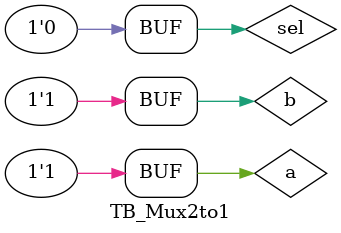
<source format=v>
module TB_Mux2to1;
	reg a,b,sel;
	wire y;
	mux2to1 dut(.a (a),.b(b),.sel(sel),.y(y));  //Instanciando nuestro diseño para prueba
	initial begin
		sel =1;
		a = 0;
		b = 0;
		#100;
		a = 1;
		#100;
		sel = 0;
		#100;
		b = 1;
	end
endmodule

</source>
